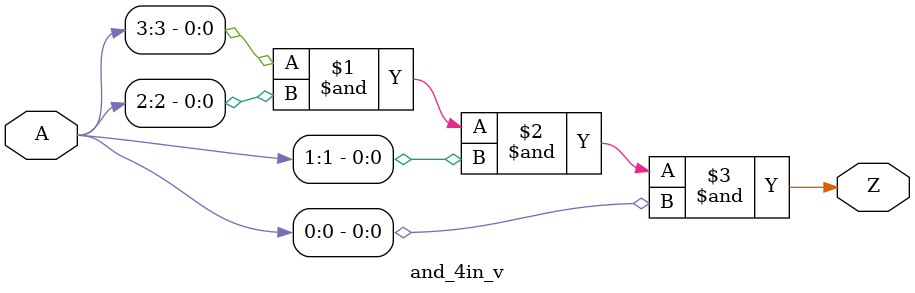
<source format=v>
module and_4in_v (
  input [3:0] A,
  output Z
  );

  and(Z, A[3], A[2], A[1], A[0]);

endmodule //and_3in_v

</source>
